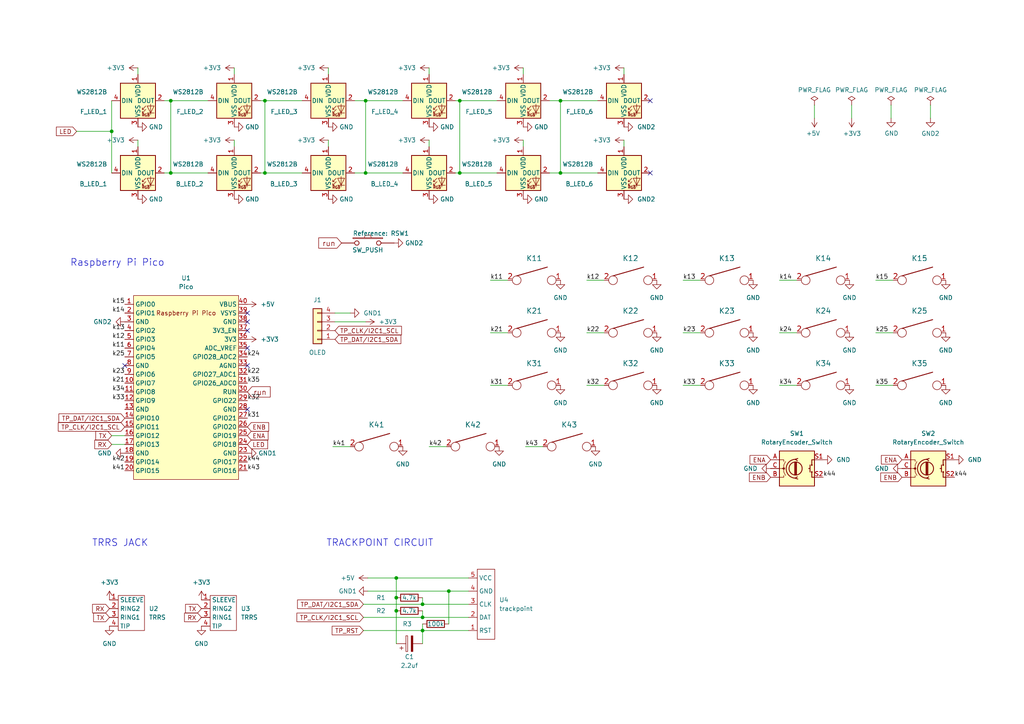
<source format=kicad_sch>
(kicad_sch (version 20230121) (generator eeschema)
  (paper "A4")
  (lib_symbols
    (symbol "Connector_Generic:Conn_01x04" (pin_names (offset 1.016) hide)
      (property "Reference" "J" (at 0 5.08 0))
      (property "Value" "Conn_01x04" (at 0 -7.62 0))
      (symbol "Conn_01x04_1_1"
        (rectangle (start -1.27 -4.953) (end 0 -5.207) (stroke (width 0.1524)))
        (rectangle (start -1.27 -2.413) (end 0 -2.667) (stroke (width 0.1524)))
        (rectangle (start -1.27 0.127) (end 0 -0.127) (stroke (width 0.1524)))
        (rectangle (start -1.27 2.667) (end 0 2.413) (stroke (width 0.1524)))
        (rectangle (start -1.27 3.81) (end 1.27 -6.35) (stroke (width 0.254)) (fill (type background)))
        (pin passive line (at -5.08 2.54 0) (length 3.81) (name "Pin_1") (number "1"))
        (pin passive line (at -5.08 0 0) (length 3.81) (name "Pin_2") (number "2"))
        (pin passive line (at -5.08 -2.54 0) (length 3.81) (name "Pin_3") (number "3"))
        (pin passive line (at -5.08 -5.08 0) (length 3.81) (name "Pin_4") (number "4"))
      )
    )
    (symbol "Device:C_Polarized" (pin_numbers hide) (pin_names (offset 0.254))
      (property "Reference" "C" (at 0.635 2.54 0))
      (property "Value" "C_Polarized" (at 0.635 -2.54 0))
      (symbol "C_Polarized_0_1"
        (rectangle (start -2.286 0.508) (end 2.286 1.016))
        (polyline (pts (xy -1.778 2.286) (xy -0.762 2.286)))
        (polyline (pts (xy -1.27 2.794) (xy -1.27 1.778)))
        (rectangle (start 2.286 -0.508) (end -2.286 -1.016) (fill (type outline)))
      )
      (symbol "C_Polarized_1_1"
        (pin passive line (at 0 3.81 270) (length 2.794) (name "~") (number "1"))
        (pin passive line (at 0 -3.81 90) (length 2.794) (name "~") (number "2"))
      )
    )
    (symbol "Device:R" (pin_numbers hide) (pin_names (offset 0))
      (property "Reference" "R" (at 2.032 0 90))
      (property "Value" "R" (at 0 0 90))
      (symbol "R_0_1"
        (rectangle (start -1.016 -2.54) (end 1.016 2.54) (stroke (width 0.254)))
      )
      (symbol "R_1_1"
        (pin passive line (at 0 3.81 270) (length 1.27) (name "~") (number "1"))
        (pin passive line (at 0 -3.81 90) (length 1.27) (name "~") (number "2"))
      )
    )
    (symbol "Device:RotaryEncoder_Switch" (pin_names (offset 0.254) hide)
      (property "Reference" "SW" (at 0 6.604 0))
      (property "Value" "RotaryEncoder_Switch" (at 0 -6.604 0))
      (symbol "RotaryEncoder_Switch_0_1"
        (rectangle (start -5.08 5.08) (end 5.08 -5.08) (stroke (width 0.254)) (fill (type background)))
        (circle (center -3.81 0) (radius 0.254) (fill (type outline)))
        (circle (center -0.381 0) (radius 1.905) (stroke (width 0.254)))
        (arc (start -0.381 2.667) (mid -3.0988 -0.0635) (end -0.381 -2.794) (stroke (width 0.254)))
        (polyline (pts (xy -0.635 -1.778) (xy -0.635 1.778)) (stroke (width 0.254)))
        (polyline (pts (xy -0.381 -1.778) (xy -0.381 1.778)) (stroke (width 0.254)))
        (polyline (pts (xy -0.127 1.778) (xy -0.127 -1.778)) (stroke (width 0.254)))
        (polyline (pts (xy 3.81 0) (xy 3.429 0)) (stroke (width 0.254)))
        (polyline (pts (xy 3.81 1.016) (xy 3.81 -1.016)) (stroke (width 0.254)))
        (polyline (pts (xy -5.08 -2.54) (xy -3.81 -2.54) (xy -3.81 -2.032)))
        (polyline (pts (xy -5.08 2.54) (xy -3.81 2.54) (xy -3.81 2.032)))
        (polyline (pts (xy 0.254 -3.048) (xy -0.508 -2.794) (xy 0.127 -2.413)) (stroke (width 0.254)))
        (polyline (pts (xy 0.254 2.921) (xy -0.508 2.667) (xy 0.127 2.286)) (stroke (width 0.254)))
        (polyline (pts (xy 5.08 -2.54) (xy 4.318 -2.54) (xy 4.318 -1.016)) (stroke (width 0.254)))
        (polyline (pts (xy 5.08 2.54) (xy 4.318 2.54) (xy 4.318 1.016)) (stroke (width 0.254)))
        (polyline (pts (xy -5.08 0) (xy -3.81 0) (xy -3.81 -1.016) (xy -3.302 -2.032)))
        (polyline (pts (xy -4.318 0) (xy -3.81 0) (xy -3.81 1.016) (xy -3.302 2.032)))
        (circle (center 4.318 -1.016) (radius 0.127) (stroke (width 0.254)))
        (circle (center 4.318 1.016) (radius 0.127) (stroke (width 0.254)))
      )
      (symbol "RotaryEncoder_Switch_1_1"
        (pin passive line (at -7.62 2.54 0) (length 2.54) (name "A") (number "A"))
        (pin passive line (at -7.62 -2.54 0) (length 2.54) (name "B") (number "B"))
        (pin passive line (at -7.62 0 0) (length 2.54) (name "C") (number "C"))
        (pin passive line (at 7.62 2.54 180) (length 2.54) (name "S1") (number "S1"))
        (pin passive line (at 7.62 -2.54 180) (length 2.54) (name "S2") (number "S2"))
      )
    )
    (symbol "LED:WS2812B" (pin_names (offset 0.254))
      (property "Reference" "D" (at 5.08 5.715 0))
      (property "Value" "WS2812B" (at 1.27 -5.715 0))
      (symbol "WS2812B_0_0"
        (text "RGB" (at 2.286 -4.191 0) (effects (font (size 0.762 0.762))))
      )
      (symbol "WS2812B_0_1"
        (polyline (pts (xy 1.27 -3.556) (xy 1.778 -3.556)))
        (polyline (pts (xy 1.27 -2.54) (xy 1.778 -2.54)))
        (polyline (pts (xy 4.699 -3.556) (xy 2.667 -3.556)))
        (polyline (pts (xy 2.286 -2.54) (xy 1.27 -3.556) (xy 1.27 -3.048)))
        (polyline (pts (xy 2.286 -1.524) (xy 1.27 -2.54) (xy 1.27 -2.032)))
        (polyline (pts (xy 3.683 -1.016) (xy 3.683 -3.556) (xy 3.683 -4.064)))
        (polyline (pts (xy 4.699 -1.524) (xy 2.667 -1.524) (xy 3.683 -3.556) (xy 4.699 -1.524)))
        (rectangle (start 5.08 5.08) (end -5.08 -5.08) (stroke (width 0.254)) (fill (type background)))
      )
      (symbol "WS2812B_1_1"
        (pin power_in line (at 0 7.62 270) (length 2.54) (name "VDD") (number "1"))
        (pin output line (at 7.62 0 180) (length 2.54) (name "DOUT") (number "2"))
        (pin power_in line (at 0 -7.62 90) (length 2.54) (name "VSS") (number "3"))
        (pin input line (at -7.62 0 0) (length 2.54) (name "DIN") (number "4"))
      )
    )
    (symbol "TRRS_1"
      (property "Reference" "U" (at 0 6.35 0))
      (property "Value" "TRRS_1" (at 0 8.89 0))
      (symbol "TRRS_1_0_1"
        (rectangle (start -3.81 5.08) (end 3.81 -5.08))
      )
      (symbol "TRRS_1_1_1"
        (pin passive line (at -6.35 3.81 0) (length 2.54) (name "SLEEVE") (number "1"))
        (pin passive line (at -6.35 1.27 0) (length 2.54) (name "RING2") (number "2"))
        (pin passive line (at -6.35 -1.27 0) (length 2.54) (name "RING1") (number "3"))
        (pin passive line (at -6.35 -3.81 0) (length 2.54) (name "TIP") (number "4"))
      )
    )
    (symbol "kbd:SW_PUSH" (pin_numbers hide) (pin_names (offset 1.016) hide)
      (property "Reference" "SW" (at 3.81 2.794 0))
      (property "Value" "SW_PUSH" (at 0 -2.032 0))
      (symbol "SW_PUSH_0_1"
        (rectangle (start -4.318 1.27) (end 4.318 1.524))
        (polyline (pts (xy -1.016 1.524) (xy -0.762 2.286) (xy 0.762 2.286) (xy 1.016 1.524)))
        (pin passive inverted (at -7.62 0 0) (length 5.08) (name "1") (number "1"))
        (pin passive inverted (at 7.62 0 180) (length 5.08) (name "2") (number "2"))
      )
    )
    (symbol "keyboard_parts:KEYSW" (pin_names (offset 1.016))
      (property "Reference" "K?" (at -1.27 0 0))
      (symbol "KEYSW_0_1"
        (circle (center -5.08 0) (radius 1.27))
        (polyline (pts (xy -5.08 1.27) (xy 3.81 3.81)) (stroke (width 0.254)))
        (circle (center 5.08 0) (radius 1.27))
      )
      (symbol "KEYSW_1_1"
        (pin passive line (at 7.62 0 180) (length 1.27) (name "~") (number "1"))
        (pin passive line (at -7.62 0 0) (length 1.27) (name "~") (number "2"))
      )
    )
    (symbol "kwkb:Pico"
      (property "Reference" "U" (at -13.97 27.94 0))
      (property "Value" "Pico" (at 0 19.05 0))
      (symbol "Pico_0_0"
        (text "Raspberry Pi Pico" (at 0 21.59 0) (effects (font (size 1.27 1.27))))
      )
      (symbol "Pico_0_1"
        (rectangle (start -15.24 26.67) (end 15.24 -26.67) (fill (type background)))
      )
      (symbol "Pico_1_1"
        (pin bidirectional line (at -17.78 24.13 0) (length 2.54) (name "GPIO0") (number "1"))
        (pin bidirectional line (at -17.78 1.27 0) (length 2.54) (name "GPIO7") (number "10"))
        (pin bidirectional line (at -17.78 -1.27 0) (length 2.54) (name "GPIO8") (number "11"))
        (pin bidirectional line (at -17.78 -3.81 0) (length 2.54) (name "GPIO9") (number "12"))
        (pin power_in line (at -17.78 -6.35 0) (length 2.54) (name "GND") (number "13"))
        (pin bidirectional line (at -17.78 -8.89 0) (length 2.54) (name "GPIO10") (number "14"))
        (pin bidirectional line (at -17.78 -11.43 0) (length 2.54) (name "GPIO11") (number "15"))
        (pin bidirectional line (at -17.78 -13.97 0) (length 2.54) (name "GPIO12") (number "16"))
        (pin bidirectional line (at -17.78 -16.51 0) (length 2.54) (name "GPIO13") (number "17"))
        (pin power_in line (at -17.78 -19.05 0) (length 2.54) (name "GND") (number "18"))
        (pin bidirectional line (at -17.78 -21.59 0) (length 2.54) (name "GPIO14") (number "19"))
        (pin bidirectional line (at -17.78 21.59 0) (length 2.54) (name "GPIO1") (number "2"))
        (pin bidirectional line (at -17.78 -24.13 0) (length 2.54) (name "GPIO15") (number "20"))
        (pin bidirectional line (at 17.78 -24.13 180) (length 2.54) (name "GPIO16") (number "21"))
        (pin bidirectional line (at 17.78 -21.59 180) (length 2.54) (name "GPIO17") (number "22"))
        (pin power_in line (at 17.78 -19.05 180) (length 2.54) (name "GND") (number "23"))
        (pin bidirectional line (at 17.78 -16.51 180) (length 2.54) (name "GPIO18") (number "24"))
        (pin bidirectional line (at 17.78 -13.97 180) (length 2.54) (name "GPIO19") (number "25"))
        (pin bidirectional line (at 17.78 -11.43 180) (length 2.54) (name "GPIO20") (number "26"))
        (pin bidirectional line (at 17.78 -8.89 180) (length 2.54) (name "GPIO21") (number "27"))
        (pin power_in line (at 17.78 -6.35 180) (length 2.54) (name "GND") (number "28"))
        (pin bidirectional line (at 17.78 -3.81 180) (length 2.54) (name "GPIO22") (number "29"))
        (pin power_in line (at -17.78 19.05 0) (length 2.54) (name "GND") (number "3"))
        (pin input line (at 17.78 -1.27 180) (length 2.54) (name "RUN") (number "30"))
        (pin bidirectional line (at 17.78 1.27 180) (length 2.54) (name "GPIO26_ADC0") (number "31"))
        (pin bidirectional line (at 17.78 3.81 180) (length 2.54) (name "GPIO27_ADC1") (number "32"))
        (pin power_in line (at 17.78 6.35 180) (length 2.54) (name "AGND") (number "33"))
        (pin bidirectional line (at 17.78 8.89 180) (length 2.54) (name "GPIO28_ADC2") (number "34"))
        (pin power_in line (at 17.78 11.43 180) (length 2.54) (name "ADC_VREF") (number "35"))
        (pin power_in line (at 17.78 13.97 180) (length 2.54) (name "3V3") (number "36"))
        (pin input line (at 17.78 16.51 180) (length 2.54) (name "3V3_EN") (number "37"))
        (pin bidirectional line (at 17.78 19.05 180) (length 2.54) (name "GND") (number "38"))
        (pin power_in line (at 17.78 21.59 180) (length 2.54) (name "VSYS") (number "39"))
        (pin bidirectional line (at -17.78 16.51 0) (length 2.54) (name "GPIO2") (number "4"))
        (pin power_in line (at 17.78 24.13 180) (length 2.54) (name "VBUS") (number "40"))
        (pin bidirectional line (at -17.78 13.97 0) (length 2.54) (name "GPIO3") (number "5"))
        (pin bidirectional line (at -17.78 11.43 0) (length 2.54) (name "GPIO4") (number "6"))
        (pin bidirectional line (at -17.78 8.89 0) (length 2.54) (name "GPIO5") (number "7"))
        (pin power_in line (at -17.78 6.35 0) (length 2.54) (name "GND") (number "8"))
        (pin bidirectional line (at -17.78 3.81 0) (length 2.54) (name "GPIO6") (number "9"))
      )
    )
    (symbol "kwkb:TRRS"
      (property "Reference" "U" (at 0 6.35 0))
      (property "Value" "TRRS" (at 0 8.89 0))
      (symbol "TRRS_0_1"
        (rectangle (start -3.81 5.08) (end 3.81 -5.08))
      )
      (symbol "TRRS_1_1"
        (pin passive line (at -6.35 3.81 0) (length 2.54) (name "SLEEVE") (number "1"))
        (pin passive line (at -6.35 1.27 0) (length 2.54) (name "RING2") (number "2"))
        (pin passive line (at -6.35 -1.27 0) (length 2.54) (name "RING1") (number "3"))
        (pin passive line (at -6.35 -3.81 0) (length 2.54) (name "TIP") (number "4"))
      )
    )
    (symbol "kwkb:trackpoint"
      (property "Reference" "U" (at 0 1.27 0))
      (property "Value" "trackpoint" (at 0 3.81 0))
      (symbol "trackpoint_0_1"
        (rectangle (start 2.54 0) (end 7.62 -20.32))
      )
      (symbol "trackpoint_1_1"
        (pin passive line (at 0 -17.78 0) (length 2.54) (name "RST") (number "1"))
        (pin passive line (at 0 -13.97 0) (length 2.54) (name "DAT") (number "2"))
        (pin passive line (at 0 -10.16 0) (length 2.54) (name "CLK") (number "3"))
        (pin passive line (at 0 -6.35 0) (length 2.54) (name "GND") (number "4"))
        (pin passive line (at 0 -2.54 0) (length 2.54) (name "VCC") (number "5"))
      )
    )
    (symbol "power:+3V3" (power) (pin_names (offset 0))
      (property "Value" "+3V3" (at 0 3.556 0))
      (symbol "+3V3_0_1"
        (polyline (pts (xy -0.762 1.27) (xy 0 2.54)))
        (polyline (pts (xy 0 0) (xy 0 2.54)))
        (polyline (pts (xy 0 2.54) (xy 0.762 1.27)))
      )
      (symbol "+3V3_1_1"
        (pin power_in line (at 0 0 90) (length 0) hide (name "+3V3") (number "1"))
      )
    )
    (symbol "power:+5V" (power) (pin_names (offset 0))
      (property "Value" "+5V" (at 0 3.556 0))
      (symbol "+5V_0_1"
        (polyline (pts (xy -0.762 1.27) (xy 0 2.54)))
        (polyline (pts (xy 0 0) (xy 0 2.54)))
        (polyline (pts (xy 0 2.54) (xy 0.762 1.27)))
      )
      (symbol "+5V_1_1"
        (pin power_in line (at 0 0 90) (length 0) hide (name "+5V") (number "1"))
      )
    )
    (symbol "power:GND" (power) (pin_names (offset 0))
      (property "Value" "GND" (at 0 -3.81 0))
      (symbol "GND_0_1"
        (polyline (pts (xy 0 0) (xy 0 -1.27) (xy 1.27 -1.27) (xy 0 -2.54) (xy -1.27 -1.27) (xy 0 -1.27)))
      )
      (symbol "GND_1_1"
        (pin power_in line (at 0 0 270) (length 0) hide (name "GND") (number "1"))
      )
    )
    (symbol "power:GND1" (power) (pin_names (offset 0))
      (property "Value" "GND1" (at 0 -3.81 0))
      (symbol "GND1_0_1"
        (polyline (pts (xy 0 0) (xy 0 -1.27) (xy 1.27 -1.27) (xy 0 -2.54) (xy -1.27 -1.27) (xy 0 -1.27)))
      )
      (symbol "GND1_1_1"
        (pin power_in line (at 0 0 270) (length 0) hide (name "GND1") (number "1"))
      )
    )
    (symbol "power:GND2" (power) (pin_names (offset 0))
      (property "Value" "GND2" (at 0 -3.81 0))
      (symbol "GND2_0_1"
        (polyline (pts (xy 0 0) (xy 0 -1.27) (xy 1.27 -1.27) (xy 0 -2.54) (xy -1.27 -1.27) (xy 0 -1.27)))
      )
      (symbol "GND2_1_1"
        (pin power_in line (at 0 0 270) (length 0) hide (name "GND2") (number "1"))
      )
    )
    (symbol "power:PWR_FLAG" (power) (pin_numbers hide) (pin_names (offset 0) hide)
      (property "Value" "PWR_FLAG" (at 0 3.81 0))
      (symbol "PWR_FLAG_0_0"
        (pin power_out line (at 0 0 90) (length 0) (name "pwr") (number "1"))
      )
      (symbol "PWR_FLAG_0_1"
        (polyline (pts (xy 0 0) (xy 0 1.27) (xy -1.016 1.905) (xy 0 2.54) (xy 1.016 1.905) (xy 0 1.27)))
      )
    )
  )
  (junction (at 76.835 29.21))
  (junction (at 130.175 171.45))
  (junction (at 162.56 50.165))
  (junction (at 122.555 175.26))
  (junction (at 114.935 173.355))
  (junction (at 49.53 50.165))
  (junction (at 114.935 177.165))
  (junction (at 122.555 182.88))
  (junction (at 114.935 167.64))
  (junction (at 32.385 38.1))
  (junction (at 162.56 29.21))
  (junction (at 133.35 29.21))
  (junction (at 106.045 50.165))
  (junction (at 76.835 50.165))
  (junction (at 122.555 179.07))
  (junction (at 49.53 29.21))
  (junction (at 106.045 29.21))
  (junction (at 133.35 50.165))
  (no_connect (at 71.755 93.345))
  (no_connect (at 36.195 106.045))
  (no_connect (at 71.755 95.885))
  (no_connect (at 71.755 106.045))
  (no_connect (at 71.755 118.745))
  (no_connect (at 188.595 50.165))
  (no_connect (at 71.755 90.805))
  (no_connect (at 188.595 29.21))
  (no_connect (at 71.755 100.965))
  (wire (pts (xy 106.045 50.165) (xy 116.84 50.165)))
  (wire (pts (xy 75.565 29.21) (xy 76.835 29.21)))
  (wire (pts (xy 105.41 182.88) (xy 122.555 182.88)))
  (wire (pts (xy 254 96.52) (xy 259.08 96.52)))
  (wire (pts (xy 198.12 96.52) (xy 203.2 96.52)))
  (wire (pts (xy 106.68 167.64) (xy 114.935 167.64)))
  (wire (pts (xy 122.555 177.165) (xy 122.555 179.07)))
  (wire (pts (xy 133.35 29.21) (xy 144.145 29.21)))
  (wire (pts (xy 106.68 171.45) (xy 130.175 171.45)))
  (wire (pts (xy 151.765 21.59) (xy 151.765 19.685)))
  (wire (pts (xy 122.555 173.355) (xy 122.555 175.26)))
  (wire (pts (xy 105.41 179.07) (xy 122.555 179.07)))
  (wire (pts (xy 130.175 171.45) (xy 130.175 180.975)))
  (wire (pts (xy 162.56 29.21) (xy 162.56 50.165)))
  (wire (pts (xy 95.25 42.545) (xy 95.25 40.64)))
  (wire (pts (xy 132.08 50.165) (xy 133.35 50.165)))
  (wire (pts (xy 114.935 167.64) (xy 114.935 173.355)))
  (wire (pts (xy 40.005 21.59) (xy 40.005 19.685)))
  (wire (pts (xy 258.445 30.48) (xy 258.445 34.29)))
  (wire (pts (xy 101.6 90.805) (xy 97.155 90.805)))
  (wire (pts (xy 122.555 179.07) (xy 135.89 179.07)))
  (wire (pts (xy 106.045 29.21) (xy 106.045 50.165)))
  (wire (pts (xy 102.87 29.21) (xy 106.045 29.21)))
  (wire (pts (xy 49.53 29.21) (xy 49.53 50.165)))
  (wire (pts (xy 180.975 42.545) (xy 180.975 40.64)))
  (wire (pts (xy 236.22 30.48) (xy 236.22 34.29)))
  (wire (pts (xy 32.385 38.1) (xy 32.385 50.165)))
  (wire (pts (xy 247.015 30.48) (xy 247.015 34.29)))
  (wire (pts (xy 133.35 50.165) (xy 144.145 50.165)))
  (wire (pts (xy 133.35 29.21) (xy 133.35 50.165)))
  (wire (pts (xy 254 111.76) (xy 259.08 111.76)))
  (wire (pts (xy 32.385 126.365) (xy 36.195 126.365)))
  (wire (pts (xy 32.385 128.905) (xy 36.195 128.905)))
  (wire (pts (xy 22.225 38.1) (xy 32.385 38.1)))
  (wire (pts (xy 95.25 21.59) (xy 95.25 19.685)))
  (wire (pts (xy 226.06 96.52) (xy 231.14 96.52)))
  (wire (pts (xy 159.385 29.21) (xy 162.56 29.21)))
  (wire (pts (xy 32.385 29.21) (xy 32.385 38.1)))
  (wire (pts (xy 124.46 129.54) (xy 129.54 129.54)))
  (wire (pts (xy 124.46 21.59) (xy 124.46 19.685)))
  (wire (pts (xy 122.555 180.975) (xy 122.555 182.88)))
  (wire (pts (xy 162.56 29.21) (xy 173.355 29.21)))
  (wire (pts (xy 40.005 42.545) (xy 40.005 40.64)))
  (wire (pts (xy 142.24 96.52) (xy 147.32 96.52)))
  (wire (pts (xy 142.24 81.28) (xy 147.32 81.28)))
  (wire (pts (xy 97.155 93.345) (xy 106.045 93.345)))
  (wire (pts (xy 151.765 42.545) (xy 151.765 40.64)))
  (wire (pts (xy 75.565 50.165) (xy 76.835 50.165)))
  (wire (pts (xy 170.18 81.28) (xy 175.26 81.28)))
  (wire (pts (xy 254 81.28) (xy 259.08 81.28)))
  (wire (pts (xy 67.945 21.59) (xy 67.945 19.685)))
  (wire (pts (xy 226.06 81.28) (xy 231.14 81.28)))
  (wire (pts (xy 47.625 29.21) (xy 49.53 29.21)))
  (wire (pts (xy 269.875 30.48) (xy 269.875 34.29)))
  (wire (pts (xy 124.46 42.545) (xy 124.46 40.64)))
  (wire (pts (xy 114.935 167.64) (xy 135.89 167.64)))
  (wire (pts (xy 76.835 50.165) (xy 87.63 50.165)))
  (wire (pts (xy 198.12 111.76) (xy 203.2 111.76)))
  (wire (pts (xy 122.555 175.26) (xy 135.89 175.26)))
  (wire (pts (xy 67.945 42.545) (xy 67.945 40.64)))
  (wire (pts (xy 114.935 177.165) (xy 114.935 186.69)))
  (wire (pts (xy 180.975 21.59) (xy 180.975 19.685)))
  (wire (pts (xy 102.87 50.165) (xy 106.045 50.165)))
  (wire (pts (xy 105.41 175.26) (xy 122.555 175.26)))
  (wire (pts (xy 106.045 29.21) (xy 116.84 29.21)))
  (wire (pts (xy 49.53 29.21) (xy 60.325 29.21)))
  (wire (pts (xy 122.555 182.88) (xy 122.555 186.69)))
  (wire (pts (xy 130.175 171.45) (xy 135.89 171.45)))
  (wire (pts (xy 49.53 50.165) (xy 60.325 50.165)))
  (wire (pts (xy 114.935 173.355) (xy 114.935 177.165)))
  (wire (pts (xy 142.24 111.76) (xy 147.32 111.76)))
  (wire (pts (xy 47.625 50.165) (xy 49.53 50.165)))
  (wire (pts (xy 159.385 50.165) (xy 162.56 50.165)))
  (wire (pts (xy 76.835 29.21) (xy 76.835 50.165)))
  (wire (pts (xy 132.08 29.21) (xy 133.35 29.21)))
  (wire (pts (xy 96.52 129.54) (xy 101.6 129.54)))
  (wire (pts (xy 152.4 129.54) (xy 157.48 129.54)))
  (wire (pts (xy 198.12 81.28) (xy 203.2 81.28)))
  (wire (pts (xy 162.56 50.165) (xy 173.355 50.165)))
  (wire (pts (xy 170.18 111.76) (xy 175.26 111.76)))
  (wire (pts (xy 226.06 111.76) (xy 231.14 111.76)))
  (wire (pts (xy 76.835 29.21) (xy 87.63 29.21)))
  (wire (pts (xy 170.18 96.52) (xy 175.26 96.52)))
  (wire (pts (xy 122.555 182.88) (xy 135.89 182.88)))
  (text "TRRS JACK" (at 26.67 158.75 0) (effects (font (size 2 2)) (justify left bottom)))
  (text "Raspberry Pi Pico" (at 20.32 77.47 0) (effects (font (size 2 2)) (justify left bottom)))
  (text "TRACKPOINT CIRCUIT" (at 94.615 158.75 0) (effects (font (size 2 2)) (justify left bottom)))
  (label "k44" (at 276.86 138.43 0))
  (label "k15" (at 36.195 88.265 180))
  (label "k41" (at 36.195 136.525 180))
  (label "k41" (at 96.52 129.54 0))
  (label "k44" (at 71.755 133.985 0))
  (label "k14" (at 36.195 90.805 180))
  (label "k42" (at 124.46 129.54 0))
  (label "k15" (at 254 81.28 0))
  (label "k23" (at 198.12 96.52 0))
  (label "k24" (at 226.06 96.52 0))
  (label "k13" (at 36.195 95.885 180))
  (label "k22" (at 71.755 108.585 0))
  (label "k42" (at 36.195 133.985 180))
  (label "k12" (at 170.18 81.28 0))
  (label "k31" (at 142.24 111.76 0))
  (label "k21" (at 142.24 96.52 0))
  (label "k12" (at 36.195 98.425 180))
  (label "k25" (at 36.195 103.505 180))
  (label "k35" (at 71.755 111.125 0))
  (label "k35" (at 254 111.76 0))
  (label "k32" (at 71.755 116.205 0))
  (label "k23" (at 36.195 108.585 180))
  (label "k21" (at 36.195 111.125 180))
  (label "k34" (at 226.06 111.76 0))
  (label "k34" (at 36.195 113.665 180))
  (label "k43" (at 152.4 129.54 0))
  (label "k33" (at 36.195 116.205 180))
  (label "k31" (at 71.755 121.285 0))
  (label "k44" (at 238.76 138.43 0))
  (label "k32" (at 170.18 111.76 0))
  (label "k11" (at 142.24 81.28 0))
  (label "k25" (at 254 96.52 0))
  (label "k14" (at 226.06 81.28 0))
  (label "k13" (at 198.12 81.28 0))
  (label "k24" (at 71.755 103.505 0))
  (label "k11" (at 36.195 100.965 180))
  (label "k33" (at 198.12 111.76 0))
  (label "k43" (at 71.755 136.525 0))
  (label "k22" (at 170.18 96.52 0))
  (global_label "ENA" (shape input) (at 71.755 126.365 0) (property "Intersheetrefs" "${INTERSHEET_REFS}" (effects hide)))
  (global_label "TP_CLK{slash}I2C1_SCL" (shape input) (at 97.155 95.885 0) (property "Intersheetrefs" "${INTERSHEET_REFS}" (effects hide)))
  (global_label "LED" (shape input) (at 71.755 128.905 0) (property "Intersheetrefs" "${INTERSHEET_REFS}" (effects hide)))
  (global_label "RX" (shape input) (at 31.75 176.53 180) (property "Intersheetrefs" "${INTERSHEET_REFS}" (effects hide)))
  (global_label "TP_RST" (shape input) (at 105.41 182.88 180) (property "Intersheetrefs" "${INTERSHEET_REFS}" (effects hide)))
  (global_label "TP_CLK{slash}I2C1_SCL" (shape input) (at 105.41 179.07 180) (property "Intersheetrefs" "${INTERSHEET_REFS}" (effects hide)))
  (global_label "RX" (shape input) (at 32.385 128.905 180) (property "Intersheetrefs" "${INTERSHEET_REFS}" (effects hide)))
  (global_label "run" (shape input) (at 71.755 113.665 0) (effects (font (size 1.524 1.524))) (property "Intersheetrefs" "${INTERSHEET_REFS}" (effects hide)))
  (global_label "TP_DAT{slash}I2C1_SDA" (shape input) (at 36.195 121.285 180) (property "Intersheetrefs" "${INTERSHEET_REFS}" (effects hide)))
  (global_label "TP_DAT{slash}I2C1_SDA" (shape input) (at 105.41 175.26 180) (property "Intersheetrefs" "${INTERSHEET_REFS}" (effects hide)))
  (global_label "ENA" (shape input) (at 223.52 133.35 180) (property "Intersheetrefs" "${INTERSHEET_REFS}" (effects hide)))
  (global_label "ENB" (shape input) (at 223.52 138.43 180) (property "Intersheetrefs" "${INTERSHEET_REFS}" (effects hide)))
  (global_label "ENB" (shape input) (at 261.62 138.43 180) (property "Intersheetrefs" "${INTERSHEET_REFS}" (effects hide)))
  (global_label "RX" (shape input) (at 58.42 179.07 180) (property "Intersheetrefs" "${INTERSHEET_REFS}" (effects hide)))
  (global_label "TX" (shape input) (at 31.75 179.07 180) (property "Intersheetrefs" "${INTERSHEET_REFS}" (effects hide)))
  (global_label "ENB" (shape input) (at 71.755 123.825 0) (property "Intersheetrefs" "${INTERSHEET_REFS}" (effects hide)))
  (global_label "TP_CLK{slash}I2C1_SCL" (shape input) (at 36.195 123.825 180) (property "Intersheetrefs" "${INTERSHEET_REFS}" (effects hide)))
  (global_label "run" (shape input) (at 99.06 70.485 180) (effects (font (size 1.524 1.524))) (property "Intersheetrefs" "${INTERSHEET_REFS}" (effects hide)))
  (global_label "TX" (shape input) (at 32.385 126.365 180) (property "Intersheetrefs" "${INTERSHEET_REFS}" (effects hide)))
  (global_label "TX" (shape input) (at 58.42 176.53 180) (property "Intersheetrefs" "${INTERSHEET_REFS}" (effects hide)))
  (global_label "LED" (shape input) (at 22.225 38.1 180) (property "Intersheetrefs" "${INTERSHEET_REFS}" (effects hide)))
  (global_label "ENA" (shape input) (at 261.62 133.35 180) (property "Intersheetrefs" "${INTERSHEET_REFS}" (effects hide)))
  (global_label "TP_DAT{slash}I2C1_SDA" (shape input) (at 97.155 98.425 0) (property "Intersheetrefs" "${INTERSHEET_REFS}" (effects hide)))
  (symbol (lib_id "power:GND1") (at 106.68 171.45 270) (unit 1)
    (property "Reference" "#PWR041" (effects hide))
    (property "Value" "GND1" (at 103.505 171.45 90) (effects (justify right)))
  )
  (symbol (lib_id "power:+3V3") (at 95.25 40.64 90) (unit 1)
    (property "Reference" "#PWR022" (effects hide))
    (property "Value" "+3V3" (at 91.44 40.6401 90) (effects (justify left)))
  )
  (symbol (lib_id "Device:R") (at 118.745 177.165 90) (unit 1)
    (property "Reference" "R2" (at 110.49 177.165 90))
    (property "Value" "4.7k" (at 118.745 177.165 90))
    (property "Footprint" "Resistor_SMD:R_1206_3216Metric_Pad1.30x1.75mm_HandSolder" (effects hide))
  )
  (symbol (lib_id "LED:WS2812B") (at 180.975 50.165 0) (unit 1)
    (property "Reference" "B_LED_6" (at 172.085 53.34 0) (effects (justify right)))
    (property "Value" "WS2812B" (at 172.085 47.625 0) (effects (justify right)))
    (property "Footprint" "LED_SMD:LED_WS2812B_PLCC4_5.0x5.0mm_P3.2mm" (effects hide))
    (property "Datasheet" "https://cdn-shop.adafruit.com/datasheets/WS2812B.pdf" (effects hide))
  )
  (symbol (lib_id "power:GND") (at 276.86 133.35 90) (unit 1)
    (property "Reference" "#PWR012" (effects hide))
    (property "Value" "GND" (at 280.67 133.3499 90) (effects (justify right)))
  )
  (symbol (lib_id "power:+3V3") (at 67.945 19.685 90) (unit 1)
    (property "Reference" "#PWR016" (effects hide))
    (property "Value" "+3V3" (at 64.135 19.6851 90) (effects (justify left)))
  )
  (symbol (lib_id "LED:WS2812B") (at 95.25 50.165 0) (unit 1)
    (property "Reference" "B_LED_3" (at 86.36 53.34 0) (effects (justify right)))
    (property "Value" "WS2812B" (at 86.36 47.625 0) (effects (justify right)))
    (property "Footprint" "LED_SMD:LED_WS2812B_PLCC4_5.0x5.0mm_P3.2mm" (effects hide))
    (property "Datasheet" "https://cdn-shop.adafruit.com/datasheets/WS2812B.pdf" (effects hide))
  )
  (symbol (lib_id "power:GND") (at 31.75 181.61 0) (unit 1)
    (property "Reference" "#PWR02" (effects hide))
    (property "Value" "GND" (at 31.75 186.69 0))
  )
  (symbol (lib_id "power:GND") (at 67.945 36.83 90) (unit 1)
    (property "Reference" "#PWR017" (effects hide))
    (property "Value" "GND" (at 71.12 36.83 90) (effects (justify right)))
  )
  (symbol (lib_id "power:GND") (at 274.32 81.28 0) (unit 1)
    (property "Reference" "#PWR0119" (effects hide))
    (property "Value" "GND" (at 274.32 86.36 0))
  )
  (symbol (lib_id "power:GND") (at 67.945 57.785 90) (unit 1)
    (property "Reference" "#PWR019" (effects hide))
    (property "Value" "GND" (at 71.12 57.785 90) (effects (justify right)))
  )
  (symbol (lib_id "power:GND") (at 246.38 96.52 0) (unit 1)
    (property "Reference" "#PWR0115" (effects hide))
    (property "Value" "GND" (at 246.38 101.6 0))
  )
  (symbol (lib_id "power:GND") (at 218.44 111.76 0) (unit 1)
    (property "Reference" "#PWR0133" (effects hide))
    (property "Value" "GND" (at 218.44 116.84 0))
  )
  (symbol (lib_id "power:GND") (at 274.32 111.76 0) (unit 1)
    (property "Reference" "#PWR0116" (effects hide))
    (property "Value" "GND" (at 274.32 116.84 0))
  )
  (symbol (lib_id "Device:RotaryEncoder_Switch") (at 231.14 135.89 0) (unit 1)
    (property "Reference" "SW1" (at 231.14 125.73 0))
    (property "Value" "RotaryEncoder_Switch" (at 231.14 128.27 0))
    (property "Footprint" "kwkb-footprint:RotaryEncoder_EC11-no-legs" (effects hide))
  )
  (symbol (lib_id "power:GND2") (at 269.875 34.29 0) (unit 1)
    (property "Reference" "#PWR037" (effects hide))
    (property "Value" "GND2" (at 269.875 38.735 0))
  )
  (symbol (lib_id "power:+3V3") (at 151.765 40.64 90) (unit 1)
    (property "Reference" "#PWR030" (effects hide))
    (property "Value" "+3V3" (at 147.955 40.6401 90) (effects (justify left)))
  )
  (symbol (lib_id "power:GND") (at 258.445 34.29 0) (unit 1)
    (property "Reference" "#PWR0107" (effects hide))
    (property "Value" "GND" (at 258.572 38.6842 0))
  )
  (symbol (lib_id "keyboard_parts:KEYSW") (at 182.88 111.76 0) (unit 1)
    (property "Reference" "K32" (at 182.88 105.41 0) (effects (font (size 1.524 1.524))))
    (property "Value" "KEYSW" (effects hide))
    (property "Footprint" "kwkb-footprint:Kailh_socket_MX_reversible" (effects hide))
  )
  (symbol (lib_id "power:GND") (at 58.42 181.61 0) (unit 1)
    (property "Reference" "#PWR06" (effects hide))
    (property "Value" "GND" (at 58.42 186.69 0))
  )
  (symbol (lib_id "power:GND") (at 162.56 81.28 0) (unit 1)
    (property "Reference" "#PWR0122" (effects hide))
    (property "Value" "GND" (at 162.56 86.36 0))
  )
  (symbol (lib_id "power:GND") (at 40.005 57.785 90) (unit 1)
    (property "Reference" "#PWR014" (effects hide))
    (property "Value" "GND" (at 43.18 57.785 90) (effects (justify right)))
  )
  (symbol (lib_id "keyboard_parts:KEYSW") (at 266.7 111.76 0) (unit 1)
    (property "Reference" "K35" (at 266.7 105.41 0) (effects (font (size 1.524 1.524))))
    (property "Value" "KEYSW" (effects hide))
    (property "Footprint" "kwkb-footprint:Kailh_socket_MX_reversible" (effects hide))
  )
  (symbol (lib_id "power:PWR_FLAG") (at 236.22 30.48 0) (unit 1)
    (property "Reference" "#U0102" (effects hide))
    (property "Value" "PWR_FLAG" (at 236.22 26.0858 0))
  )
  (symbol (lib_id "keyboard_parts:KEYSW") (at 238.76 96.52 0) (unit 1)
    (property "Reference" "K24" (at 238.76 90.17 0) (effects (font (size 1.524 1.524))))
    (property "Value" "KEYSW" (effects hide))
    (property "Footprint" "kwkb-footprint:Kailh_socket_MX_reversible" (effects hide))
  )
  (symbol (lib_id "Device:RotaryEncoder_Switch") (at 269.24 135.89 0) (unit 1)
    (property "Reference" "SW2" (at 269.24 125.73 0))
    (property "Value" "RotaryEncoder_Switch" (at 269.24 128.27 0))
    (property "Footprint" "kwkb-footprint:RotaryEncoder_EC11-no-legs" (effects hide))
  )
  (symbol (lib_id "power:+3V3") (at 124.46 40.64 90) (unit 1)
    (property "Reference" "#PWR026" (effects hide))
    (property "Value" "+3V3" (at 120.65 40.6401 90) (effects (justify left)))
  )
  (symbol (lib_id "power:+5V") (at 71.755 88.265 270) (unit 1)
    (property "Reference" "#PWR03" (effects hide))
    (property "Value" "+5V" (at 75.565 88.2651 90) (effects (justify left)))
  )
  (symbol (lib_id "power:GND") (at 246.38 81.28 0) (unit 1)
    (property "Reference" "#PWR0111" (effects hide))
    (property "Value" "GND" (at 246.38 86.36 0))
  )
  (symbol (lib_id "power:GND") (at 274.32 96.52 0) (unit 1)
    (property "Reference" "#PWR0118" (effects hide))
    (property "Value" "GND" (at 274.32 101.6 0))
  )
  (symbol (lib_id "power:GND") (at 162.56 111.76 0) (unit 1)
    (property "Reference" "#PWR0123" (effects hide))
    (property "Value" "GND" (at 162.56 116.84 0))
  )
  (symbol (lib_id "power:GND") (at 162.56 96.52 0) (unit 1)
    (property "Reference" "#PWR0125" (effects hide))
    (property "Value" "GND" (at 162.56 101.6 0))
  )
  (symbol (lib_id "keyboard_parts:KEYSW") (at 210.82 96.52 0) (unit 1)
    (property "Reference" "K23" (at 210.82 90.17 0) (effects (font (size 1.524 1.524))))
    (property "Value" "KEYSW" (effects hide))
    (property "Footprint" "kwkb-footprint:Kailh_socket_MX_reversible" (effects hide))
  )
  (symbol (lib_id "power:GND") (at 246.38 111.76 0) (unit 1)
    (property "Reference" "#PWR0117" (effects hide))
    (property "Value" "GND" (at 246.38 116.84 0))
  )
  (symbol (lib_id "Connector_Generic:Conn_01x04") (at 92.075 95.885 180) (unit 1)
    (property "Reference" "J1" (at 92.075 86.995 0))
    (property "Value" "OLED" (at 92.075 102.235 0))
    (property "Footprint" "kwkb-footprint:OLED" (effects hide))
  )
  (symbol (lib_id "power:GND") (at 95.25 36.83 90) (unit 1)
    (property "Reference" "#PWR021" (effects hide))
    (property "Value" "GND" (at 98.425 36.83 90) (effects (justify right)))
  )
  (symbol (lib_id "kbd:SW_PUSH") (at 106.68 70.485 0) (unit 1)
    (property "Reference" "RSW1" (at 110.49 67.691 0) (show_name))
    (property "Value" "SW_PUSH" (at 106.68 72.517 0))
    (property "Footprint" "kwkb-footprint:4.5x4.5x5side-switch" (effects hide))
  )
  (symbol (lib_id "power:GND") (at 40.005 36.83 90) (unit 1)
    (property "Reference" "#PWR013" (effects hide))
    (property "Value" "GND" (at 43.18 36.83 90) (effects (justify right)))
  )
  (symbol (lib_id "power:GND") (at 261.62 135.89 270) (unit 1)
    (property "Reference" "#PWR011" (effects hide))
    (property "Value" "GND" (at 257.81 135.8899 90) (effects (justify right)))
  )
  (symbol (lib_id "keyboard_parts:KEYSW") (at 109.22 129.54 0) (unit 1)
    (property "Reference" "K41" (at 109.22 123.19 0) (effects (font (size 1.524 1.524))))
    (property "Value" "KEYSW" (effects hide))
    (property "Footprint" "kwkb-footprint:Kailh_socket_MX_reversible" (effects hide))
  )
  (symbol (lib_id "power:PWR_FLAG") (at 269.875 30.48 0) (unit 1)
    (property "Reference" "#U01" (effects hide))
    (property "Value" "PWR_FLAG" (at 269.875 26.0858 0))
  )
  (symbol (lib_id "Device:C_Polarized") (at 118.745 186.69 90) (unit 1)
    (property "Reference" "C1" (at 118.745 190.5 90))
    (property "Value" "2.2uf" (at 118.745 193.04 90))
    (property "Footprint" "Capacitor_SMD:C_1206_3216Metric_Pad1.33x1.80mm_HandSolder" (effects hide))
  )
  (symbol (lib_id "LED:WS2812B") (at 180.975 29.21 0) (unit 1)
    (property "Reference" "F_LED_6" (at 172.085 32.385 0) (effects (justify right)))
    (property "Value" "WS2812B" (at 172.085 26.67 0) (effects (justify right)))
    (property "Footprint" "LED_SMD:LED_WS2812B_PLCC4_5.0x5.0mm_P3.2mm" (effects hide))
    (property "Datasheet" "https://cdn-shop.adafruit.com/datasheets/WS2812B.pdf" (effects hide))
  )
  (symbol (lib_id "power:GND") (at 172.72 129.54 0) (unit 1)
    (property "Reference" "#PWR0124" (effects hide))
    (property "Value" "GND" (at 172.72 134.62 0))
  )
  (symbol (lib_id "keyboard_parts:KEYSW") (at 182.88 81.28 0) (unit 1)
    (property "Reference" "K12" (at 182.88 74.93 0) (effects (font (size 1.524 1.524))))
    (property "Value" "KEYSW" (effects hide))
    (property "Footprint" "kwkb-footprint:Kailh_socket_MX_reversible" (effects hide))
  )
  (symbol (lib_id "keyboard_parts:KEYSW") (at 210.82 111.76 0) (unit 1)
    (property "Reference" "K33" (at 210.82 105.41 0) (effects (font (size 1.524 1.524))))
    (property "Value" "KEYSW" (effects hide))
    (property "Footprint" "kwkb-footprint:Kailh_socket_MX_reversible" (effects hide))
  )
  (symbol (lib_id "power:+3V3") (at 40.005 40.64 90) (unit 1)
    (property "Reference" "#PWR07" (effects hide))
    (property "Value" "+3V3" (at 36.195 40.6401 90) (effects (justify left)))
  )
  (symbol (lib_id "power:+5V") (at 236.22 34.29 180) (unit 1)
    (property "Reference" "#PWR0105" (effects hide))
    (property "Value" "+5V" (at 235.839 38.6842 0))
  )
  (symbol (lib_id "LED:WS2812B") (at 124.46 50.165 0) (unit 1)
    (property "Reference" "B_LED_4" (at 115.57 53.34 0) (effects (justify right)))
    (property "Value" "WS2812B" (at 115.57 47.625 0) (effects (justify right)))
    (property "Footprint" "LED_SMD:LED_WS2812B_PLCC4_5.0x5.0mm_P3.2mm" (effects hide))
    (property "Datasheet" "https://cdn-shop.adafruit.com/datasheets/WS2812B.pdf" (effects hide))
  )
  (symbol (lib_id "LED:WS2812B") (at 95.25 29.21 0) (unit 1)
    (property "Reference" "F_LED_3" (at 86.36 32.385 0) (effects (justify right)))
    (property "Value" "WS2812B" (at 86.36 26.67 0) (effects (justify right)))
    (property "Footprint" "LED_SMD:LED_WS2812B_PLCC4_5.0x5.0mm_P3.2mm" (effects hide))
    (property "Datasheet" "https://cdn-shop.adafruit.com/datasheets/WS2812B.pdf" (effects hide))
  )
  (symbol (lib_id "power:+3V3") (at 124.46 19.685 90) (unit 1)
    (property "Reference" "#PWR024" (effects hide))
    (property "Value" "+3V3" (at 120.65 19.6851 90) (effects (justify left)))
  )
  (symbol (lib_id "power:GND2") (at 36.195 93.345 270) (unit 1)
    (property "Reference" "#PWR038" (effects hide))
    (property "Value" "GND2" (at 32.385 93.345 90) (effects (justify right)))
  )
  (symbol (lib_id "LED:WS2812B") (at 67.945 29.21 0) (unit 1)
    (property "Reference" "F_LED_2" (at 59.055 32.385 0) (effects (justify right)))
    (property "Value" "WS2812B" (at 59.055 26.67 0) (effects (justify right)))
    (property "Footprint" "LED_SMD:LED_WS2812B_PLCC4_5.0x5.0mm_P3.2mm" (effects hide))
    (property "Datasheet" "https://cdn-shop.adafruit.com/datasheets/WS2812B.pdf" (effects hide))
  )
  (symbol (lib_id "power:GND2") (at 180.975 36.83 90) (unit 1)
    (property "Reference" "#PWR033" (effects hide))
    (property "Value" "GND2" (at 184.785 36.83 90) (effects (justify right)))
  )
  (symbol (lib_id "power:GND") (at 95.25 57.785 90) (unit 1)
    (property "Reference" "#PWR023" (effects hide))
    (property "Value" "GND" (at 98.425 57.785 90) (effects (justify right)))
  )
  (symbol (lib_id "power:GND") (at 144.78 129.54 0) (unit 1)
    (property "Reference" "#PWR0121" (effects hide))
    (property "Value" "GND" (at 144.78 134.62 0))
  )
  (symbol (lib_id "power:GND") (at 190.5 111.76 0) (unit 1)
    (property "Reference" "#PWR0132" (effects hide))
    (property "Value" "GND" (at 190.5 116.84 0))
  )
  (symbol (lib_id "power:GND1") (at 101.6 90.805 90) (unit 1)
    (property "Reference" "#PWR042" (effects hide))
    (property "Value" "GND1" (at 105.41 90.805 90) (effects (justify right)))
  )
  (symbol (lib_id "power:GND") (at 36.195 131.445 270) (unit 1)
    (property "Reference" "#PWR04" (effects hide))
    (property "Value" "GND" (at 32.385 131.4449 90) (effects (justify right)))
  )
  (symbol (lib_id "power:GND") (at 124.46 36.83 90) (unit 1)
    (property "Reference" "#PWR025" (effects hide))
    (property "Value" "GND" (at 127.635 36.83 90) (effects (justify right)))
  )
  (symbol (lib_id "keyboard_parts:KEYSW") (at 266.7 96.52 0) (unit 1)
    (property "Reference" "K25" (at 266.7 90.17 0) (effects (font (size 1.524 1.524))))
    (property "Value" "KEYSW" (effects hide))
    (property "Footprint" "kwkb-footprint:Kailh_socket_MX_reversible" (effects hide))
  )
  (symbol (lib_id "power:+3V3") (at 71.755 98.425 270) (unit 1)
    (property "Reference" "#PWR08" (effects hide))
    (property "Value" "+3V3" (at 75.565 98.4249 90) (effects (justify left)))
  )
  (symbol (lib_id "keyboard_parts:KEYSW") (at 154.94 96.52 0) (unit 1)
    (property "Reference" "K21" (at 154.94 90.17 0) (effects (font (size 1.524 1.524))))
    (property "Value" "KEYSW" (effects hide))
    (property "Footprint" "kwkb-footprint:Kailh_socket_MX_reversible" (effects hide))
  )
  (symbol (lib_id "power:+3V3") (at 247.015 34.29 180) (unit 1)
    (property "Reference" "#PWR0108" (effects hide))
    (property "Value" "+3V3" (at 244.475 38.735 0) (effects (justify right)))
  )
  (symbol (lib_id "power:PWR_FLAG") (at 247.015 30.48 0) (unit 1)
    (property "Reference" "#U0103" (effects hide))
    (property "Value" "PWR_FLAG" (at 247.015 26.0858 0))
  )
  (symbol (lib_id "power:+3V3") (at 180.975 19.685 90) (unit 1)
    (property "Reference" "#PWR032" (effects hide))
    (property "Value" "+3V3" (at 177.165 19.6851 90) (effects (justify left)))
  )
  (symbol (lib_id "power:+3V3") (at 31.75 173.99 0) (unit 1)
    (property "Reference" "#PWR01" (effects hide))
    (property "Value" "+3V3" (at 31.75 168.91 0))
  )
  (symbol (lib_id "power:+3V3") (at 58.42 173.99 0) (unit 1)
    (property "Reference" "#PWR05" (effects hide))
    (property "Value" "+3V3" (at 58.42 168.91 0))
  )
  (symbol (lib_id "LED:WS2812B") (at 151.765 29.21 0) (unit 1)
    (property "Reference" "F_LED_5" (at 142.875 32.385 0) (effects (justify right)))
    (property "Value" "WS2812B" (at 142.875 26.67 0) (effects (justify right)))
    (property "Footprint" "LED_SMD:LED_WS2812B_PLCC4_5.0x5.0mm_P3.2mm" (effects hide))
    (property "Datasheet" "https://cdn-shop.adafruit.com/datasheets/WS2812B.pdf" (effects hide))
  )
  (symbol (lib_id "power:GND") (at 124.46 57.785 90) (unit 1)
    (property "Reference" "#PWR027" (effects hide))
    (property "Value" "GND" (at 127.635 57.785 90) (effects (justify right)))
  )
  (symbol (lib_id "LED:WS2812B") (at 151.765 50.165 0) (unit 1)
    (property "Reference" "B_LED_5" (at 142.875 53.34 0) (effects (justify right)))
    (property "Value" "WS2812B" (at 142.875 47.625 0) (effects (justify right)))
    (property "Footprint" "LED_SMD:LED_WS2812B_PLCC4_5.0x5.0mm_P3.2mm" (effects hide))
    (property "Datasheet" "https://cdn-shop.adafruit.com/datasheets/WS2812B.pdf" (effects hide))
  )
  (symbol (lib_id "keyboard_parts:KEYSW") (at 182.88 96.52 0) (unit 1)
    (property "Reference" "K22" (at 182.88 90.17 0) (effects (font (size 1.524 1.524))))
    (property "Value" "KEYSW" (effects hide))
    (property "Footprint" "kwkb-footprint:Kailh_socket_MX_reversible" (effects hide))
  )
  (symbol (lib_id "LED:WS2812B") (at 40.005 50.165 0) (unit 1)
    (property "Reference" "B_LED_1" (at 31.115 53.34 0) (effects (justify right)))
    (property "Value" "WS2812B" (at 31.115 47.625 0) (effects (justify right)))
    (property "Footprint" "LED_SMD:LED_WS2812B_PLCC4_5.0x5.0mm_P3.2mm" (effects hide))
    (property "Datasheet" "https://cdn-shop.adafruit.com/datasheets/WS2812B.pdf" (effects hide))
  )
  (symbol (lib_id "keyboard_parts:KEYSW") (at 137.16 129.54 0) (unit 1)
    (property "Reference" "K42" (at 137.16 123.19 0) (effects (font (size 1.524 1.524))))
    (property "Value" "KEYSW" (effects hide))
    (property "Footprint" "kwkb-footprint:Kailh_socket_MX_reversible" (effects hide))
  )
  (symbol (lib_id "kwkb:trackpoint") (at 135.89 165.1 0) (unit 1)
    (property "Reference" "U4" (at 144.78 173.9899 0) (effects (justify left)))
    (property "Value" "trackpoint" (at 144.78 176.5299 0) (effects (justify left)))
    (property "Footprint" "Connector_JST:JST_GH_BM05B-GHS-TBT_1x05-1MP_P1.25mm_Vertical" (effects hide))
  )
  (symbol (lib_id "power:GND") (at 190.5 96.52 0) (unit 1)
    (property "Reference" "#PWR0131" (effects hide))
    (property "Value" "GND" (at 190.5 101.6 0))
  )
  (symbol (lib_id "power:GND2") (at 114.3 70.485 90) (unit 1)
    (property "Reference" "#PWR036" (effects hide))
    (property "Value" "GND2" (at 117.475 70.485 90) (effects (justify right)))
  )
  (symbol (lib_id "power:GND") (at 238.76 133.35 90) (unit 1)
    (property "Reference" "#PWR010" (effects hide))
    (property "Value" "GND" (at 242.57 133.3499 90) (effects (justify right)))
  )
  (symbol (lib_id "LED:WS2812B") (at 124.46 29.21 0) (unit 1)
    (property "Reference" "F_LED_4" (at 115.57 32.385 0) (effects (justify right)))
    (property "Value" "WS2812B" (at 115.57 26.67 0) (effects (justify right)))
    (property "Footprint" "LED_SMD:LED_WS2812B_PLCC4_5.0x5.0mm_P3.2mm" (effects hide))
    (property "Datasheet" "https://cdn-shop.adafruit.com/datasheets/WS2812B.pdf" (effects hide))
  )
  (symbol (lib_id "power:+5V") (at 106.68 167.64 90) (unit 1)
    (property "Reference" "#PWR0110" (effects hide))
    (property "Value" "+5V" (at 102.87 167.6399 90) (effects (justify left)))
  )
  (symbol (lib_id "keyboard_parts:KEYSW") (at 210.82 81.28 0) (unit 1)
    (property "Reference" "K13" (at 210.82 74.93 0) (effects (font (size 1.524 1.524))))
    (property "Value" "KEYSW" (effects hide))
    (property "Footprint" "kwkb-footprint:Kailh_socket_MX_reversible" (effects hide))
  )
  (symbol (lib_id "Device:R") (at 126.365 180.975 90) (unit 1)
    (property "Reference" "R3" (at 118.11 180.975 90))
    (property "Value" "100k" (at 126.365 180.975 90))
    (property "Footprint" "Resistor_SMD:R_1206_3216Metric_Pad1.30x1.75mm_HandSolder" (effects hide))
  )
  (symbol (lib_id "power:GND") (at 218.44 96.52 0) (unit 1)
    (property "Reference" "#PWR0134" (effects hide))
    (property "Value" "GND" (at 218.44 101.6 0))
  )
  (symbol (lib_name "TRRS_1") (lib_id "kwkb:TRRS") (at 38.1 177.8 0) (unit 1)
    (property "Reference" "U2" (at 43.18 176.5299 0) (effects (justify left)))
    (property "Value" "TRRS" (at 43.18 179.0699 0) (effects (justify left)))
    (property "Footprint" "kwkb-footprint:TRRS-PJ-320A" (effects hide))
  )
  (symbol (lib_id "LED:WS2812B") (at 67.945 50.165 0) (unit 1)
    (property "Reference" "B_LED_2" (at 59.055 53.34 0) (effects (justify right)))
    (property "Value" "WS2812B" (at 59.055 47.625 0) (effects (justify right)))
    (property "Footprint" "LED_SMD:LED_WS2812B_PLCC4_5.0x5.0mm_P3.2mm" (effects hide))
    (property "Datasheet" "https://cdn-shop.adafruit.com/datasheets/WS2812B.pdf" (effects hide))
  )
  (symbol (lib_id "kwkb:Pico") (at 53.975 112.395 0) (unit 1)
    (property "Reference" "U1" (at 53.975 80.645 0))
    (property "Value" "Pico" (at 53.975 83.185 0))
    (property "Footprint" "kwkb-footprint:RPi_Pico_TH" (effects hide))
  )
  (symbol (lib_id "power:+3V3") (at 180.975 40.64 90) (unit 1)
    (property "Reference" "#PWR034" (effects hide))
    (property "Value" "+3V3" (at 177.165 40.6401 90) (effects (justify left)))
  )
  (symbol (lib_id "keyboard_parts:KEYSW") (at 154.94 81.28 0) (unit 1)
    (property "Reference" "K11" (at 154.94 74.93 0) (effects (font (size 1.524 1.524))))
    (property "Value" "KEYSW" (effects hide))
    (property "Footprint" "kwkb-footprint:Kailh_socket_MX_reversible" (effects hide))
  )
  (symbol (lib_id "kwkb:TRRS") (at 64.77 177.8 0) (unit 1)
    (property "Reference" "U3" (at 69.85 176.5299 0) (effects (justify left)))
    (property "Value" "TRRS" (at 69.85 179.0699 0) (effects (justify left)))
    (property "Footprint" "kwkb-footprint:TRRS-PJ-320A" (effects hide))
  )
  (symbol (lib_id "Device:R") (at 118.745 173.355 90) (unit 1)
    (property "Reference" "R1" (at 110.49 173.355 90))
    (property "Value" "4.7k" (at 118.745 173.355 90))
    (property "Footprint" "Resistor_SMD:R_1206_3216Metric_Pad1.30x1.75mm_HandSolder" (effects hide))
  )
  (symbol (lib_id "power:GND") (at 151.765 57.785 90) (unit 1)
    (property "Reference" "#PWR031" (effects hide))
    (property "Value" "GND" (at 154.94 57.785 90) (effects (justify right)))
  )
  (symbol (lib_id "power:GND") (at 190.5 81.28 0) (unit 1)
    (property "Reference" "#PWR0129" (effects hide))
    (property "Value" "GND" (at 190.5 86.36 0))
  )
  (symbol (lib_id "power:+3V3") (at 106.045 93.345 270) (unit 1)
    (property "Reference" "#PWR040" (effects hide))
    (property "Value" "+3V3" (at 109.855 93.3449 90) (effects (justify left)))
  )
  (symbol (lib_id "keyboard_parts:KEYSW") (at 238.76 111.76 0) (unit 1)
    (property "Reference" "K34" (at 238.76 105.41 0) (effects (font (size 1.524 1.524))))
    (property "Value" "KEYSW" (effects hide))
    (property "Footprint" "kwkb-footprint:Kailh_socket_MX_reversible" (effects hide))
  )
  (symbol (lib_id "power:GND") (at 151.765 36.83 90) (unit 1)
    (property "Reference" "#PWR029" (effects hide))
    (property "Value" "GND" (at 154.94 36.83 90) (effects (justify right)))
  )
  (symbol (lib_id "power:GND") (at 218.44 81.28 0) (unit 1)
    (property "Reference" "#PWR0128" (effects hide))
    (property "Value" "GND" (at 218.44 86.36 0))
  )
  (symbol (lib_id "power:GND1") (at 71.755 131.445 90) (unit 1)
    (property "Reference" "#PWR039" (effects hide))
    (property "Value" "GND1" (at 74.93 131.445 90) (effects (justify right)))
  )
  (symbol (lib_id "power:+3V3") (at 95.25 19.685 90) (unit 1)
    (property "Reference" "#PWR020" (effects hide))
    (property "Value" "+3V3" (at 91.44 19.6851 90) (effects (justify left)))
  )
  (symbol (lib_id "keyboard_parts:KEYSW") (at 238.76 81.28 0) (unit 1)
    (property "Reference" "K14" (at 238.76 74.93 0) (effects (font (size 1.524 1.524))))
    (property "Value" "KEYSW" (effects hide))
    (property "Footprint" "kwkb-footprint:Kailh_socket_MX_reversible" (effects hide))
  )
  (symbol (lib_id "keyboard_parts:KEYSW") (at 154.94 111.76 0) (unit 1)
    (property "Reference" "K31" (at 154.94 105.41 0) (effects (font (size 1.524 1.524))))
    (property "Value" "KEYSW" (effects hide))
    (property "Footprint" "kwkb-footprint:Kailh_socket_MX_reversible" (effects hide))
  )
  (symbol (lib_id "LED:WS2812B") (at 40.005 29.21 0) (unit 1)
    (property "Reference" "F_LED_1" (at 31.115 32.385 0) (effects (justify right)))
    (property "Value" "WS2812B" (at 31.115 26.67 0) (effects (justify right)))
    (property "Footprint" "LED_SMD:LED_WS2812B_PLCC4_5.0x5.0mm_P3.2mm" (effects hide))
    (property "Datasheet" "https://cdn-shop.adafruit.com/datasheets/WS2812B.pdf" (effects hide))
  )
  (symbol (lib_id "power:+3V3") (at 151.765 19.685 90) (unit 1)
    (property "Reference" "#PWR028" (effects hide))
    (property "Value" "+3V3" (at 147.955 19.6851 90) (effects (justify left)))
  )
  (symbol (lib_id "power:+3V3") (at 40.005 19.685 90) (unit 1)
    (property "Reference" "#PWR015" (effects hide))
    (property "Value" "+3V3" (at 36.195 19.6851 90) (effects (justify left)))
  )
  (symbol (lib_id "keyboard_parts:KEYSW") (at 165.1 129.54 0) (unit 1)
    (property "Reference" "K43" (at 165.1 123.19 0) (effects (font (size 1.524 1.524))))
    (property "Value" "KEYSW" (effects hide))
    (property "Footprint" "kwkb-footprint:Kailh_socket_MX_reversible" (effects hide))
  )
  (symbol (lib_id "keyboard_parts:KEYSW") (at 266.7 81.28 0) (unit 1)
    (property "Reference" "K15" (at 266.7 74.93 0) (effects (font (size 1.524 1.524))))
    (property "Value" "KEYSW" (effects hide))
    (property "Footprint" "kwkb-footprint:Kailh_socket_MX_reversible" (effects hide))
  )
  (symbol (lib_id "power:GND") (at 116.84 129.54 0) (unit 1)
    (property "Reference" "#PWR0120" (effects hide))
    (property "Value" "GND" (at 116.84 134.62 0))
  )
  (symbol (lib_id "power:+3V3") (at 67.945 40.64 90) (unit 1)
    (property "Reference" "#PWR018" (effects hide))
    (property "Value" "+3V3" (at 64.135 40.6401 90) (effects (justify left)))
  )
  (symbol (lib_id "power:GND") (at 223.52 135.89 270) (unit 1)
    (property "Reference" "#PWR09" (effects hide))
    (property "Value" "GND" (at 219.71 135.8899 90) (effects (justify right)))
  )
  (symbol (lib_id "power:GND2") (at 180.975 57.785 90) (unit 1)
    (property "Reference" "#PWR035" (effects hide))
    (property "Value" "GND2" (at 184.785 57.785 90) (effects (justify right)))
  )
  (symbol (lib_id "power:PWR_FLAG") (at 258.445 30.48 0) (unit 1)
    (property "Reference" "#U0104" (effects hide))
    (property "Value" "PWR_FLAG" (at 258.445 26.0858 0))
  )
)
</source>
